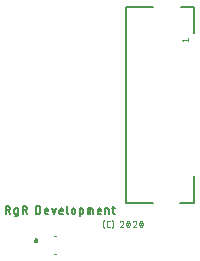
<source format=gto>
G04 EAGLE Gerber RS-274X export*
G75*
%MOMM*%
%FSLAX34Y34*%
%LPD*%
%INTop Silkscreen*%
%IPPOS*%
%AMOC8*
5,1,8,0,0,1.08239X$1,22.5*%
G01*
%ADD10C,0.152400*%
%ADD11C,0.101600*%
%ADD12C,0.127000*%
%ADD13C,0.050800*%
%ADD14C,0.100000*%
%ADD15C,0.200000*%
%ADD16C,0.200000*%


D10*
X13262Y219262D02*
X13262Y225938D01*
X15116Y225938D01*
X15200Y225936D01*
X15285Y225930D01*
X15368Y225921D01*
X15452Y225907D01*
X15534Y225890D01*
X15616Y225869D01*
X15697Y225845D01*
X15776Y225816D01*
X15855Y225785D01*
X15931Y225749D01*
X16006Y225710D01*
X16079Y225668D01*
X16150Y225623D01*
X16219Y225574D01*
X16286Y225522D01*
X16350Y225467D01*
X16412Y225410D01*
X16471Y225349D01*
X16527Y225286D01*
X16580Y225221D01*
X16631Y225153D01*
X16678Y225083D01*
X16722Y225011D01*
X16762Y224937D01*
X16799Y224861D01*
X16833Y224784D01*
X16863Y224705D01*
X16889Y224625D01*
X16912Y224543D01*
X16931Y224461D01*
X16947Y224378D01*
X16958Y224295D01*
X16966Y224211D01*
X16970Y224126D01*
X16970Y224042D01*
X16966Y223957D01*
X16958Y223873D01*
X16947Y223790D01*
X16931Y223707D01*
X16912Y223625D01*
X16889Y223543D01*
X16863Y223463D01*
X16833Y223384D01*
X16799Y223307D01*
X16762Y223231D01*
X16722Y223157D01*
X16678Y223085D01*
X16631Y223015D01*
X16580Y222947D01*
X16527Y222882D01*
X16471Y222819D01*
X16412Y222758D01*
X16350Y222701D01*
X16286Y222646D01*
X16219Y222594D01*
X16150Y222545D01*
X16079Y222500D01*
X16006Y222458D01*
X15931Y222419D01*
X15855Y222383D01*
X15776Y222352D01*
X15697Y222323D01*
X15616Y222299D01*
X15534Y222278D01*
X15452Y222261D01*
X15368Y222247D01*
X15285Y222238D01*
X15200Y222232D01*
X15116Y222230D01*
X15116Y222229D02*
X13262Y222229D01*
X15487Y222229D02*
X16971Y219262D01*
X21491Y219262D02*
X23346Y219262D01*
X21491Y219262D02*
X21426Y219264D01*
X21362Y219270D01*
X21298Y219279D01*
X21234Y219292D01*
X21172Y219309D01*
X21110Y219329D01*
X21050Y219353D01*
X20991Y219380D01*
X20934Y219411D01*
X20879Y219445D01*
X20826Y219482D01*
X20776Y219522D01*
X20727Y219565D01*
X20681Y219611D01*
X20638Y219660D01*
X20598Y219710D01*
X20561Y219763D01*
X20527Y219819D01*
X20496Y219875D01*
X20469Y219934D01*
X20445Y219994D01*
X20425Y220056D01*
X20408Y220118D01*
X20395Y220182D01*
X20386Y220246D01*
X20380Y220310D01*
X20378Y220375D01*
X20379Y220375D02*
X20379Y222600D01*
X20378Y222600D02*
X20380Y222665D01*
X20386Y222729D01*
X20395Y222793D01*
X20408Y222857D01*
X20425Y222919D01*
X20445Y222981D01*
X20469Y223041D01*
X20496Y223100D01*
X20527Y223157D01*
X20561Y223212D01*
X20598Y223265D01*
X20638Y223315D01*
X20681Y223364D01*
X20727Y223410D01*
X20776Y223453D01*
X20826Y223493D01*
X20879Y223530D01*
X20935Y223564D01*
X20992Y223595D01*
X21050Y223622D01*
X21110Y223646D01*
X21172Y223666D01*
X21234Y223683D01*
X21298Y223696D01*
X21362Y223705D01*
X21426Y223711D01*
X21491Y223713D01*
X23346Y223713D01*
X23346Y218149D01*
X23344Y218084D01*
X23338Y218020D01*
X23329Y217956D01*
X23316Y217892D01*
X23299Y217830D01*
X23279Y217768D01*
X23255Y217708D01*
X23228Y217649D01*
X23197Y217593D01*
X23163Y217537D01*
X23126Y217484D01*
X23086Y217434D01*
X23043Y217385D01*
X22997Y217339D01*
X22948Y217296D01*
X22898Y217256D01*
X22845Y217219D01*
X22790Y217185D01*
X22733Y217154D01*
X22674Y217127D01*
X22614Y217103D01*
X22552Y217083D01*
X22490Y217066D01*
X22426Y217053D01*
X22362Y217044D01*
X22298Y217038D01*
X22233Y217036D01*
X22233Y217037D02*
X20750Y217037D01*
X27530Y219262D02*
X27530Y225938D01*
X29384Y225938D01*
X29468Y225936D01*
X29553Y225930D01*
X29636Y225921D01*
X29720Y225907D01*
X29802Y225890D01*
X29884Y225869D01*
X29965Y225845D01*
X30044Y225816D01*
X30123Y225785D01*
X30199Y225749D01*
X30274Y225710D01*
X30347Y225668D01*
X30418Y225623D01*
X30487Y225574D01*
X30554Y225522D01*
X30618Y225467D01*
X30680Y225410D01*
X30739Y225349D01*
X30795Y225286D01*
X30848Y225221D01*
X30899Y225153D01*
X30946Y225083D01*
X30990Y225011D01*
X31030Y224937D01*
X31067Y224861D01*
X31101Y224784D01*
X31131Y224705D01*
X31157Y224625D01*
X31180Y224543D01*
X31199Y224461D01*
X31215Y224378D01*
X31226Y224295D01*
X31234Y224211D01*
X31238Y224126D01*
X31238Y224042D01*
X31234Y223957D01*
X31226Y223873D01*
X31215Y223790D01*
X31199Y223707D01*
X31180Y223625D01*
X31157Y223543D01*
X31131Y223463D01*
X31101Y223384D01*
X31067Y223307D01*
X31030Y223231D01*
X30990Y223157D01*
X30946Y223085D01*
X30899Y223015D01*
X30848Y222947D01*
X30795Y222882D01*
X30739Y222819D01*
X30680Y222758D01*
X30618Y222701D01*
X30554Y222646D01*
X30487Y222594D01*
X30418Y222545D01*
X30347Y222500D01*
X30274Y222458D01*
X30199Y222419D01*
X30123Y222383D01*
X30044Y222352D01*
X29965Y222323D01*
X29884Y222299D01*
X29802Y222278D01*
X29720Y222261D01*
X29636Y222247D01*
X29553Y222238D01*
X29468Y222232D01*
X29384Y222230D01*
X29384Y222229D02*
X27530Y222229D01*
X29755Y222229D02*
X31239Y219262D01*
X39013Y219262D02*
X39013Y225938D01*
X40867Y225938D01*
X40950Y225936D01*
X41033Y225931D01*
X41116Y225921D01*
X41198Y225908D01*
X41280Y225892D01*
X41360Y225871D01*
X41440Y225847D01*
X41518Y225820D01*
X41596Y225789D01*
X41671Y225754D01*
X41746Y225717D01*
X41818Y225676D01*
X41888Y225631D01*
X41957Y225584D01*
X42023Y225534D01*
X42087Y225480D01*
X42148Y225424D01*
X42207Y225365D01*
X42263Y225304D01*
X42317Y225240D01*
X42367Y225174D01*
X42414Y225105D01*
X42459Y225035D01*
X42500Y224963D01*
X42537Y224888D01*
X42572Y224813D01*
X42603Y224735D01*
X42630Y224657D01*
X42654Y224577D01*
X42675Y224497D01*
X42691Y224415D01*
X42704Y224333D01*
X42714Y224250D01*
X42719Y224167D01*
X42721Y224084D01*
X42722Y224084D02*
X42722Y221116D01*
X42721Y221116D02*
X42719Y221033D01*
X42714Y220950D01*
X42704Y220867D01*
X42691Y220785D01*
X42675Y220703D01*
X42654Y220623D01*
X42630Y220543D01*
X42603Y220465D01*
X42572Y220387D01*
X42537Y220312D01*
X42500Y220237D01*
X42459Y220165D01*
X42414Y220095D01*
X42367Y220026D01*
X42317Y219960D01*
X42263Y219896D01*
X42207Y219835D01*
X42148Y219776D01*
X42087Y219720D01*
X42023Y219666D01*
X41957Y219616D01*
X41888Y219569D01*
X41818Y219524D01*
X41746Y219483D01*
X41671Y219446D01*
X41596Y219411D01*
X41518Y219380D01*
X41440Y219353D01*
X41360Y219329D01*
X41280Y219308D01*
X41198Y219292D01*
X41116Y219279D01*
X41033Y219269D01*
X40950Y219264D01*
X40867Y219262D01*
X39013Y219262D01*
X47630Y219262D02*
X49485Y219262D01*
X47630Y219262D02*
X47565Y219264D01*
X47501Y219270D01*
X47437Y219279D01*
X47373Y219292D01*
X47311Y219309D01*
X47249Y219329D01*
X47189Y219353D01*
X47130Y219380D01*
X47074Y219411D01*
X47018Y219445D01*
X46965Y219482D01*
X46915Y219522D01*
X46866Y219565D01*
X46820Y219611D01*
X46777Y219660D01*
X46737Y219710D01*
X46700Y219763D01*
X46666Y219819D01*
X46635Y219875D01*
X46608Y219934D01*
X46584Y219994D01*
X46564Y220056D01*
X46547Y220118D01*
X46534Y220182D01*
X46525Y220246D01*
X46519Y220310D01*
X46517Y220375D01*
X46518Y220375D02*
X46518Y222229D01*
X46517Y222229D02*
X46519Y222304D01*
X46525Y222379D01*
X46534Y222454D01*
X46547Y222528D01*
X46564Y222601D01*
X46585Y222673D01*
X46609Y222744D01*
X46637Y222814D01*
X46669Y222883D01*
X46703Y222949D01*
X46742Y223014D01*
X46783Y223077D01*
X46827Y223137D01*
X46875Y223196D01*
X46925Y223251D01*
X46979Y223305D01*
X47034Y223355D01*
X47093Y223403D01*
X47153Y223447D01*
X47216Y223488D01*
X47281Y223527D01*
X47347Y223561D01*
X47416Y223593D01*
X47486Y223621D01*
X47557Y223645D01*
X47629Y223666D01*
X47702Y223683D01*
X47776Y223696D01*
X47851Y223705D01*
X47926Y223711D01*
X48001Y223713D01*
X48076Y223711D01*
X48151Y223705D01*
X48226Y223696D01*
X48300Y223683D01*
X48373Y223666D01*
X48445Y223645D01*
X48516Y223621D01*
X48586Y223593D01*
X48655Y223561D01*
X48721Y223527D01*
X48786Y223488D01*
X48849Y223447D01*
X48909Y223403D01*
X48968Y223355D01*
X49023Y223305D01*
X49077Y223251D01*
X49127Y223196D01*
X49175Y223137D01*
X49219Y223077D01*
X49260Y223014D01*
X49299Y222949D01*
X49333Y222883D01*
X49365Y222814D01*
X49393Y222744D01*
X49417Y222673D01*
X49438Y222601D01*
X49455Y222528D01*
X49468Y222454D01*
X49477Y222379D01*
X49483Y222304D01*
X49485Y222229D01*
X49485Y221487D01*
X46518Y221487D01*
X52668Y223713D02*
X54151Y219262D01*
X55635Y223713D01*
X59930Y219262D02*
X61785Y219262D01*
X59930Y219262D02*
X59865Y219264D01*
X59801Y219270D01*
X59737Y219279D01*
X59673Y219292D01*
X59611Y219309D01*
X59549Y219329D01*
X59489Y219353D01*
X59430Y219380D01*
X59374Y219411D01*
X59318Y219445D01*
X59265Y219482D01*
X59215Y219522D01*
X59166Y219565D01*
X59120Y219611D01*
X59077Y219660D01*
X59037Y219710D01*
X59000Y219763D01*
X58966Y219819D01*
X58935Y219875D01*
X58908Y219934D01*
X58884Y219994D01*
X58864Y220056D01*
X58847Y220118D01*
X58834Y220182D01*
X58825Y220246D01*
X58819Y220310D01*
X58817Y220375D01*
X58818Y220375D02*
X58818Y222229D01*
X58817Y222229D02*
X58819Y222304D01*
X58825Y222379D01*
X58834Y222454D01*
X58847Y222528D01*
X58864Y222601D01*
X58885Y222673D01*
X58909Y222744D01*
X58937Y222814D01*
X58969Y222883D01*
X59003Y222949D01*
X59042Y223014D01*
X59083Y223077D01*
X59127Y223137D01*
X59175Y223196D01*
X59225Y223251D01*
X59279Y223305D01*
X59334Y223355D01*
X59393Y223403D01*
X59453Y223447D01*
X59516Y223488D01*
X59581Y223527D01*
X59647Y223561D01*
X59716Y223593D01*
X59786Y223621D01*
X59857Y223645D01*
X59929Y223666D01*
X60002Y223683D01*
X60076Y223696D01*
X60151Y223705D01*
X60226Y223711D01*
X60301Y223713D01*
X60376Y223711D01*
X60451Y223705D01*
X60526Y223696D01*
X60600Y223683D01*
X60673Y223666D01*
X60745Y223645D01*
X60816Y223621D01*
X60886Y223593D01*
X60955Y223561D01*
X61021Y223527D01*
X61086Y223488D01*
X61149Y223447D01*
X61209Y223403D01*
X61268Y223355D01*
X61323Y223305D01*
X61377Y223251D01*
X61427Y223196D01*
X61475Y223137D01*
X61519Y223077D01*
X61560Y223014D01*
X61599Y222949D01*
X61633Y222883D01*
X61665Y222814D01*
X61693Y222744D01*
X61717Y222673D01*
X61738Y222601D01*
X61755Y222528D01*
X61768Y222454D01*
X61777Y222379D01*
X61783Y222304D01*
X61785Y222229D01*
X61785Y221487D01*
X58818Y221487D01*
X65211Y220375D02*
X65211Y225938D01*
X65211Y220375D02*
X65213Y220310D01*
X65219Y220246D01*
X65228Y220182D01*
X65241Y220118D01*
X65258Y220056D01*
X65278Y219994D01*
X65302Y219934D01*
X65329Y219875D01*
X65360Y219819D01*
X65394Y219763D01*
X65431Y219710D01*
X65471Y219660D01*
X65514Y219611D01*
X65560Y219565D01*
X65609Y219522D01*
X65659Y219482D01*
X65712Y219445D01*
X65768Y219411D01*
X65824Y219380D01*
X65883Y219353D01*
X65943Y219329D01*
X66005Y219309D01*
X66067Y219292D01*
X66131Y219279D01*
X66195Y219270D01*
X66259Y219264D01*
X66324Y219262D01*
X69150Y220746D02*
X69150Y222229D01*
X69149Y222229D02*
X69151Y222304D01*
X69157Y222379D01*
X69166Y222454D01*
X69179Y222528D01*
X69196Y222601D01*
X69217Y222673D01*
X69241Y222744D01*
X69269Y222814D01*
X69301Y222883D01*
X69335Y222949D01*
X69374Y223014D01*
X69415Y223077D01*
X69459Y223137D01*
X69507Y223196D01*
X69557Y223251D01*
X69611Y223305D01*
X69666Y223355D01*
X69725Y223403D01*
X69785Y223447D01*
X69848Y223488D01*
X69913Y223527D01*
X69979Y223561D01*
X70048Y223593D01*
X70118Y223621D01*
X70189Y223645D01*
X70261Y223666D01*
X70334Y223683D01*
X70408Y223696D01*
X70483Y223705D01*
X70558Y223711D01*
X70633Y223713D01*
X70708Y223711D01*
X70783Y223705D01*
X70858Y223696D01*
X70932Y223683D01*
X71005Y223666D01*
X71077Y223645D01*
X71148Y223621D01*
X71218Y223593D01*
X71287Y223561D01*
X71353Y223527D01*
X71418Y223488D01*
X71481Y223447D01*
X71541Y223403D01*
X71600Y223355D01*
X71655Y223305D01*
X71709Y223251D01*
X71759Y223196D01*
X71807Y223137D01*
X71851Y223077D01*
X71892Y223014D01*
X71931Y222949D01*
X71965Y222883D01*
X71997Y222814D01*
X72025Y222744D01*
X72049Y222673D01*
X72070Y222601D01*
X72087Y222528D01*
X72100Y222454D01*
X72109Y222379D01*
X72115Y222304D01*
X72117Y222229D01*
X72117Y220746D01*
X72115Y220671D01*
X72109Y220596D01*
X72100Y220521D01*
X72087Y220447D01*
X72070Y220374D01*
X72049Y220302D01*
X72025Y220231D01*
X71997Y220161D01*
X71965Y220092D01*
X71931Y220026D01*
X71892Y219961D01*
X71851Y219898D01*
X71807Y219838D01*
X71759Y219779D01*
X71709Y219724D01*
X71655Y219670D01*
X71600Y219620D01*
X71541Y219572D01*
X71481Y219528D01*
X71418Y219487D01*
X71353Y219448D01*
X71287Y219414D01*
X71218Y219382D01*
X71148Y219354D01*
X71077Y219330D01*
X71005Y219309D01*
X70932Y219292D01*
X70858Y219279D01*
X70783Y219270D01*
X70708Y219264D01*
X70633Y219262D01*
X70558Y219264D01*
X70483Y219270D01*
X70408Y219279D01*
X70334Y219292D01*
X70261Y219309D01*
X70189Y219330D01*
X70118Y219354D01*
X70048Y219382D01*
X69979Y219414D01*
X69913Y219448D01*
X69848Y219487D01*
X69785Y219528D01*
X69725Y219572D01*
X69666Y219620D01*
X69611Y219670D01*
X69557Y219724D01*
X69507Y219779D01*
X69459Y219838D01*
X69415Y219898D01*
X69374Y219961D01*
X69335Y220026D01*
X69301Y220092D01*
X69269Y220161D01*
X69241Y220231D01*
X69217Y220302D01*
X69196Y220374D01*
X69179Y220447D01*
X69166Y220521D01*
X69157Y220596D01*
X69151Y220671D01*
X69149Y220746D01*
X75855Y223713D02*
X75855Y217037D01*
X75855Y223713D02*
X77709Y223713D01*
X77774Y223711D01*
X77838Y223705D01*
X77902Y223696D01*
X77966Y223683D01*
X78028Y223666D01*
X78090Y223646D01*
X78150Y223622D01*
X78209Y223595D01*
X78266Y223564D01*
X78321Y223530D01*
X78374Y223493D01*
X78424Y223453D01*
X78473Y223410D01*
X78519Y223364D01*
X78562Y223315D01*
X78602Y223265D01*
X78639Y223212D01*
X78673Y223157D01*
X78704Y223100D01*
X78731Y223041D01*
X78755Y222981D01*
X78775Y222919D01*
X78792Y222857D01*
X78805Y222793D01*
X78814Y222729D01*
X78820Y222665D01*
X78822Y222600D01*
X78822Y220375D01*
X78820Y220310D01*
X78814Y220246D01*
X78805Y220182D01*
X78792Y220118D01*
X78775Y220056D01*
X78755Y219994D01*
X78731Y219934D01*
X78704Y219875D01*
X78673Y219819D01*
X78639Y219763D01*
X78602Y219710D01*
X78562Y219660D01*
X78519Y219611D01*
X78473Y219565D01*
X78424Y219522D01*
X78374Y219482D01*
X78321Y219445D01*
X78266Y219411D01*
X78209Y219380D01*
X78150Y219353D01*
X78090Y219329D01*
X78028Y219309D01*
X77966Y219292D01*
X77902Y219279D01*
X77838Y219270D01*
X77774Y219264D01*
X77709Y219262D01*
X75855Y219262D01*
X82676Y219262D02*
X82676Y223713D01*
X86014Y223713D01*
X86079Y223711D01*
X86143Y223705D01*
X86207Y223696D01*
X86271Y223683D01*
X86333Y223666D01*
X86395Y223646D01*
X86455Y223622D01*
X86514Y223595D01*
X86571Y223564D01*
X86626Y223530D01*
X86679Y223493D01*
X86729Y223453D01*
X86778Y223410D01*
X86824Y223364D01*
X86867Y223315D01*
X86907Y223265D01*
X86944Y223212D01*
X86978Y223157D01*
X87009Y223100D01*
X87036Y223041D01*
X87060Y222981D01*
X87080Y222919D01*
X87097Y222857D01*
X87110Y222793D01*
X87119Y222729D01*
X87125Y222665D01*
X87127Y222600D01*
X87126Y222600D02*
X87126Y219262D01*
X84901Y219262D02*
X84901Y223713D01*
X92156Y219262D02*
X94011Y219262D01*
X92156Y219262D02*
X92091Y219264D01*
X92027Y219270D01*
X91963Y219279D01*
X91899Y219292D01*
X91837Y219309D01*
X91775Y219329D01*
X91715Y219353D01*
X91656Y219380D01*
X91600Y219411D01*
X91544Y219445D01*
X91491Y219482D01*
X91441Y219522D01*
X91392Y219565D01*
X91346Y219611D01*
X91303Y219660D01*
X91263Y219710D01*
X91226Y219763D01*
X91192Y219819D01*
X91161Y219875D01*
X91134Y219934D01*
X91110Y219994D01*
X91090Y220056D01*
X91073Y220118D01*
X91060Y220182D01*
X91051Y220246D01*
X91045Y220310D01*
X91043Y220375D01*
X91044Y220375D02*
X91044Y222229D01*
X91043Y222229D02*
X91045Y222304D01*
X91051Y222379D01*
X91060Y222454D01*
X91073Y222528D01*
X91090Y222601D01*
X91111Y222673D01*
X91135Y222744D01*
X91163Y222814D01*
X91195Y222883D01*
X91229Y222949D01*
X91268Y223014D01*
X91309Y223077D01*
X91353Y223137D01*
X91401Y223196D01*
X91451Y223251D01*
X91505Y223305D01*
X91560Y223355D01*
X91619Y223403D01*
X91679Y223447D01*
X91742Y223488D01*
X91807Y223527D01*
X91873Y223561D01*
X91942Y223593D01*
X92012Y223621D01*
X92083Y223645D01*
X92155Y223666D01*
X92228Y223683D01*
X92302Y223696D01*
X92377Y223705D01*
X92452Y223711D01*
X92527Y223713D01*
X92602Y223711D01*
X92677Y223705D01*
X92752Y223696D01*
X92826Y223683D01*
X92899Y223666D01*
X92971Y223645D01*
X93042Y223621D01*
X93112Y223593D01*
X93181Y223561D01*
X93247Y223527D01*
X93312Y223488D01*
X93375Y223447D01*
X93435Y223403D01*
X93494Y223355D01*
X93549Y223305D01*
X93603Y223251D01*
X93653Y223196D01*
X93701Y223137D01*
X93745Y223077D01*
X93786Y223014D01*
X93825Y222949D01*
X93859Y222883D01*
X93891Y222814D01*
X93919Y222744D01*
X93943Y222673D01*
X93964Y222601D01*
X93981Y222528D01*
X93994Y222454D01*
X94003Y222379D01*
X94009Y222304D01*
X94011Y222229D01*
X94011Y221487D01*
X91044Y221487D01*
X97686Y219262D02*
X97686Y223713D01*
X99540Y223713D01*
X99605Y223711D01*
X99669Y223705D01*
X99733Y223696D01*
X99797Y223683D01*
X99859Y223666D01*
X99921Y223646D01*
X99981Y223622D01*
X100040Y223595D01*
X100097Y223564D01*
X100152Y223530D01*
X100205Y223493D01*
X100255Y223453D01*
X100304Y223410D01*
X100350Y223364D01*
X100393Y223315D01*
X100433Y223265D01*
X100470Y223212D01*
X100504Y223157D01*
X100535Y223100D01*
X100562Y223041D01*
X100586Y222981D01*
X100606Y222919D01*
X100623Y222857D01*
X100636Y222793D01*
X100645Y222729D01*
X100651Y222665D01*
X100653Y222600D01*
X100653Y219262D01*
X103615Y223713D02*
X105841Y223713D01*
X104357Y225938D02*
X104357Y220375D01*
X104359Y220310D01*
X104365Y220246D01*
X104374Y220182D01*
X104387Y220118D01*
X104404Y220056D01*
X104424Y219994D01*
X104448Y219934D01*
X104475Y219875D01*
X104506Y219819D01*
X104540Y219763D01*
X104577Y219710D01*
X104617Y219660D01*
X104660Y219611D01*
X104706Y219565D01*
X104755Y219522D01*
X104805Y219482D01*
X104858Y219445D01*
X104914Y219411D01*
X104970Y219380D01*
X105029Y219353D01*
X105089Y219329D01*
X105151Y219309D01*
X105213Y219292D01*
X105277Y219279D01*
X105341Y219270D01*
X105405Y219264D01*
X105470Y219262D01*
X105841Y219262D01*
D11*
X96637Y213652D02*
X96552Y213548D01*
X96469Y213441D01*
X96390Y213332D01*
X96314Y213221D01*
X96241Y213107D01*
X96171Y212992D01*
X96105Y212874D01*
X96042Y212755D01*
X95982Y212635D01*
X95925Y212512D01*
X95872Y212388D01*
X95822Y212263D01*
X95776Y212136D01*
X95734Y212008D01*
X95695Y211879D01*
X95660Y211749D01*
X95628Y211618D01*
X95600Y211486D01*
X95576Y211353D01*
X95555Y211220D01*
X95538Y211086D01*
X95525Y210952D01*
X95516Y210818D01*
X95510Y210683D01*
X95508Y210548D01*
X95510Y210413D01*
X95516Y210278D01*
X95525Y210144D01*
X95538Y210010D01*
X95555Y209876D01*
X95576Y209743D01*
X95600Y209610D01*
X95628Y209478D01*
X95660Y209347D01*
X95695Y209217D01*
X95734Y209088D01*
X95776Y208960D01*
X95822Y208833D01*
X95872Y208708D01*
X95925Y208584D01*
X95982Y208461D01*
X96042Y208341D01*
X96105Y208222D01*
X96171Y208104D01*
X96241Y207989D01*
X96314Y207875D01*
X96390Y207764D01*
X96469Y207655D01*
X96552Y207548D01*
X96637Y207444D01*
X100133Y208008D02*
X101262Y208008D01*
X100133Y208008D02*
X100067Y208010D01*
X100002Y208016D01*
X99937Y208025D01*
X99873Y208038D01*
X99809Y208055D01*
X99747Y208076D01*
X99686Y208100D01*
X99626Y208128D01*
X99569Y208159D01*
X99513Y208194D01*
X99459Y208231D01*
X99407Y208272D01*
X99358Y208316D01*
X99312Y208362D01*
X99268Y208411D01*
X99227Y208463D01*
X99190Y208517D01*
X99155Y208573D01*
X99124Y208630D01*
X99096Y208690D01*
X99072Y208751D01*
X99051Y208813D01*
X99034Y208877D01*
X99021Y208941D01*
X99012Y209006D01*
X99006Y209071D01*
X99004Y209137D01*
X99004Y211959D01*
X99006Y212025D01*
X99012Y212090D01*
X99021Y212155D01*
X99034Y212219D01*
X99051Y212283D01*
X99072Y212345D01*
X99096Y212406D01*
X99124Y212466D01*
X99155Y212523D01*
X99190Y212579D01*
X99227Y212633D01*
X99268Y212685D01*
X99312Y212734D01*
X99358Y212780D01*
X99407Y212824D01*
X99459Y212865D01*
X99513Y212902D01*
X99568Y212937D01*
X99626Y212968D01*
X99686Y212996D01*
X99747Y213020D01*
X99809Y213041D01*
X99873Y213058D01*
X99937Y213071D01*
X100002Y213080D01*
X100067Y213086D01*
X100133Y213088D01*
X101262Y213088D01*
X104457Y210548D02*
X104455Y210413D01*
X104449Y210278D01*
X104440Y210144D01*
X104427Y210010D01*
X104410Y209876D01*
X104389Y209743D01*
X104365Y209610D01*
X104337Y209478D01*
X104305Y209347D01*
X104270Y209217D01*
X104231Y209088D01*
X104189Y208960D01*
X104143Y208833D01*
X104093Y208708D01*
X104040Y208584D01*
X103983Y208461D01*
X103923Y208341D01*
X103860Y208222D01*
X103794Y208104D01*
X103724Y207989D01*
X103651Y207875D01*
X103575Y207764D01*
X103496Y207655D01*
X103413Y207548D01*
X103328Y207444D01*
X104457Y210548D02*
X104455Y210683D01*
X104449Y210818D01*
X104440Y210952D01*
X104427Y211086D01*
X104410Y211220D01*
X104389Y211353D01*
X104365Y211486D01*
X104337Y211618D01*
X104305Y211749D01*
X104270Y211879D01*
X104231Y212008D01*
X104189Y212136D01*
X104143Y212263D01*
X104093Y212388D01*
X104040Y212512D01*
X103983Y212635D01*
X103923Y212755D01*
X103860Y212874D01*
X103794Y212992D01*
X103724Y213107D01*
X103651Y213221D01*
X103575Y213332D01*
X103496Y213441D01*
X103413Y213548D01*
X103328Y213652D01*
X111553Y213088D02*
X111622Y213086D01*
X111690Y213081D01*
X111758Y213071D01*
X111826Y213058D01*
X111893Y213042D01*
X111959Y213022D01*
X112023Y212998D01*
X112086Y212971D01*
X112148Y212940D01*
X112208Y212906D01*
X112266Y212869D01*
X112322Y212829D01*
X112375Y212786D01*
X112426Y212740D01*
X112475Y212691D01*
X112521Y212640D01*
X112564Y212587D01*
X112604Y212531D01*
X112641Y212473D01*
X112675Y212413D01*
X112706Y212351D01*
X112733Y212288D01*
X112757Y212224D01*
X112777Y212158D01*
X112793Y212091D01*
X112806Y212023D01*
X112816Y211955D01*
X112821Y211887D01*
X112823Y211818D01*
X111553Y213088D02*
X111474Y213086D01*
X111395Y213080D01*
X111317Y213071D01*
X111239Y213058D01*
X111162Y213041D01*
X111086Y213020D01*
X111011Y212995D01*
X110937Y212967D01*
X110865Y212936D01*
X110794Y212901D01*
X110725Y212862D01*
X110658Y212821D01*
X110593Y212776D01*
X110530Y212728D01*
X110470Y212677D01*
X110412Y212623D01*
X110357Y212567D01*
X110305Y212508D01*
X110256Y212446D01*
X110209Y212382D01*
X110166Y212316D01*
X110126Y212248D01*
X110089Y212178D01*
X110056Y212106D01*
X110027Y212033D01*
X110000Y211959D01*
X112400Y210830D02*
X112448Y210879D01*
X112495Y210930D01*
X112538Y210984D01*
X112579Y211040D01*
X112617Y211097D01*
X112652Y211157D01*
X112684Y211218D01*
X112713Y211281D01*
X112738Y211345D01*
X112761Y211410D01*
X112780Y211477D01*
X112795Y211544D01*
X112807Y211612D01*
X112816Y211680D01*
X112821Y211749D01*
X112823Y211818D01*
X112400Y210830D02*
X110001Y208008D01*
X112823Y208008D01*
X115488Y210548D02*
X115490Y210675D01*
X115496Y210801D01*
X115505Y210927D01*
X115519Y211053D01*
X115536Y211178D01*
X115557Y211303D01*
X115581Y211427D01*
X115610Y211551D01*
X115642Y211673D01*
X115678Y211795D01*
X115717Y211915D01*
X115761Y212034D01*
X115807Y212151D01*
X115858Y212268D01*
X115911Y212382D01*
X115911Y212383D02*
X115933Y212440D01*
X115958Y212497D01*
X115987Y212551D01*
X116018Y212604D01*
X116053Y212655D01*
X116090Y212704D01*
X116131Y212751D01*
X116174Y212795D01*
X116219Y212837D01*
X116267Y212875D01*
X116318Y212911D01*
X116370Y212944D01*
X116424Y212974D01*
X116480Y213000D01*
X116537Y213023D01*
X116595Y213043D01*
X116655Y213059D01*
X116715Y213072D01*
X116776Y213081D01*
X116837Y213086D01*
X116899Y213088D01*
X116961Y213086D01*
X117022Y213081D01*
X117083Y213072D01*
X117143Y213059D01*
X117203Y213043D01*
X117261Y213023D01*
X117319Y213000D01*
X117374Y212974D01*
X117428Y212944D01*
X117480Y212911D01*
X117531Y212875D01*
X117579Y212836D01*
X117624Y212795D01*
X117667Y212751D01*
X117708Y212704D01*
X117745Y212655D01*
X117780Y212604D01*
X117811Y212551D01*
X117840Y212497D01*
X117865Y212440D01*
X117887Y212383D01*
X117887Y212382D02*
X117940Y212268D01*
X117991Y212152D01*
X118037Y212034D01*
X118081Y211915D01*
X118120Y211795D01*
X118156Y211673D01*
X118188Y211551D01*
X118217Y211428D01*
X118241Y211303D01*
X118262Y211179D01*
X118279Y211053D01*
X118293Y210927D01*
X118302Y210801D01*
X118308Y210675D01*
X118310Y210548D01*
X115487Y210548D02*
X115489Y210421D01*
X115495Y210295D01*
X115504Y210169D01*
X115518Y210043D01*
X115535Y209917D01*
X115556Y209793D01*
X115580Y209668D01*
X115609Y209545D01*
X115641Y209423D01*
X115677Y209301D01*
X115716Y209181D01*
X115760Y209062D01*
X115806Y208944D01*
X115857Y208828D01*
X115910Y208713D01*
X115911Y208713D02*
X115933Y208656D01*
X115958Y208599D01*
X115987Y208545D01*
X116018Y208492D01*
X116053Y208441D01*
X116090Y208392D01*
X116131Y208345D01*
X116174Y208301D01*
X116219Y208259D01*
X116267Y208221D01*
X116318Y208185D01*
X116370Y208152D01*
X116424Y208122D01*
X116480Y208096D01*
X116537Y208073D01*
X116595Y208053D01*
X116655Y208037D01*
X116715Y208024D01*
X116776Y208015D01*
X116837Y208010D01*
X116899Y208008D01*
X117886Y208714D02*
X117939Y208828D01*
X117990Y208944D01*
X118036Y209062D01*
X118080Y209181D01*
X118119Y209301D01*
X118155Y209423D01*
X118187Y209545D01*
X118216Y209669D01*
X118240Y209793D01*
X118261Y209917D01*
X118278Y210043D01*
X118292Y210169D01*
X118301Y210295D01*
X118307Y210421D01*
X118309Y210548D01*
X117887Y208713D02*
X117865Y208656D01*
X117840Y208599D01*
X117811Y208545D01*
X117780Y208492D01*
X117745Y208441D01*
X117708Y208392D01*
X117667Y208345D01*
X117624Y208301D01*
X117579Y208259D01*
X117531Y208221D01*
X117480Y208185D01*
X117428Y208152D01*
X117374Y208122D01*
X117318Y208096D01*
X117261Y208073D01*
X117203Y208053D01*
X117143Y208037D01*
X117083Y208024D01*
X117022Y208015D01*
X116961Y208010D01*
X116899Y208008D01*
X115770Y209137D02*
X118028Y211959D01*
X122526Y213088D02*
X122595Y213086D01*
X122663Y213081D01*
X122731Y213071D01*
X122799Y213058D01*
X122866Y213042D01*
X122932Y213022D01*
X122996Y212998D01*
X123059Y212971D01*
X123121Y212940D01*
X123181Y212906D01*
X123239Y212869D01*
X123295Y212829D01*
X123348Y212786D01*
X123399Y212740D01*
X123448Y212691D01*
X123494Y212640D01*
X123537Y212587D01*
X123577Y212531D01*
X123614Y212473D01*
X123648Y212413D01*
X123679Y212351D01*
X123706Y212288D01*
X123730Y212224D01*
X123750Y212158D01*
X123766Y212091D01*
X123779Y212023D01*
X123789Y211955D01*
X123794Y211887D01*
X123796Y211818D01*
X122526Y213088D02*
X122447Y213086D01*
X122368Y213080D01*
X122290Y213071D01*
X122212Y213058D01*
X122135Y213041D01*
X122059Y213020D01*
X121984Y212995D01*
X121910Y212967D01*
X121838Y212936D01*
X121767Y212901D01*
X121698Y212862D01*
X121631Y212821D01*
X121566Y212776D01*
X121503Y212728D01*
X121443Y212677D01*
X121385Y212623D01*
X121330Y212567D01*
X121278Y212508D01*
X121229Y212446D01*
X121182Y212382D01*
X121139Y212316D01*
X121099Y212248D01*
X121062Y212178D01*
X121029Y212106D01*
X121000Y212033D01*
X120973Y211959D01*
X123373Y210830D02*
X123421Y210879D01*
X123468Y210930D01*
X123511Y210984D01*
X123552Y211040D01*
X123590Y211097D01*
X123625Y211157D01*
X123657Y211218D01*
X123686Y211281D01*
X123711Y211345D01*
X123734Y211410D01*
X123753Y211477D01*
X123768Y211544D01*
X123780Y211612D01*
X123789Y211680D01*
X123794Y211749D01*
X123796Y211818D01*
X123373Y210830D02*
X120974Y208008D01*
X123796Y208008D01*
X126461Y210548D02*
X126463Y210675D01*
X126469Y210801D01*
X126478Y210927D01*
X126492Y211053D01*
X126509Y211178D01*
X126530Y211303D01*
X126554Y211427D01*
X126583Y211551D01*
X126615Y211673D01*
X126651Y211795D01*
X126690Y211915D01*
X126734Y212034D01*
X126780Y212151D01*
X126831Y212268D01*
X126884Y212382D01*
X126883Y212383D02*
X126905Y212440D01*
X126930Y212497D01*
X126959Y212551D01*
X126990Y212604D01*
X127025Y212655D01*
X127062Y212704D01*
X127103Y212751D01*
X127146Y212795D01*
X127191Y212837D01*
X127239Y212875D01*
X127290Y212911D01*
X127342Y212944D01*
X127396Y212974D01*
X127452Y213000D01*
X127509Y213023D01*
X127567Y213043D01*
X127627Y213059D01*
X127687Y213072D01*
X127748Y213081D01*
X127809Y213086D01*
X127871Y213088D01*
X127933Y213086D01*
X127994Y213081D01*
X128055Y213072D01*
X128115Y213059D01*
X128175Y213043D01*
X128233Y213023D01*
X128291Y213000D01*
X128346Y212974D01*
X128400Y212944D01*
X128452Y212911D01*
X128503Y212875D01*
X128551Y212836D01*
X128596Y212795D01*
X128639Y212751D01*
X128680Y212704D01*
X128717Y212655D01*
X128752Y212604D01*
X128783Y212551D01*
X128812Y212497D01*
X128837Y212440D01*
X128859Y212383D01*
X128859Y212382D02*
X128912Y212268D01*
X128963Y212152D01*
X129009Y212034D01*
X129053Y211915D01*
X129092Y211795D01*
X129128Y211673D01*
X129160Y211551D01*
X129189Y211428D01*
X129213Y211303D01*
X129234Y211179D01*
X129251Y211053D01*
X129265Y210927D01*
X129274Y210801D01*
X129280Y210675D01*
X129282Y210548D01*
X126460Y210548D02*
X126462Y210421D01*
X126468Y210295D01*
X126477Y210169D01*
X126491Y210043D01*
X126508Y209917D01*
X126529Y209793D01*
X126553Y209668D01*
X126582Y209545D01*
X126614Y209423D01*
X126650Y209301D01*
X126689Y209181D01*
X126733Y209062D01*
X126779Y208944D01*
X126830Y208828D01*
X126883Y208713D01*
X126905Y208656D01*
X126930Y208599D01*
X126959Y208545D01*
X126990Y208492D01*
X127025Y208441D01*
X127062Y208392D01*
X127103Y208345D01*
X127146Y208301D01*
X127191Y208259D01*
X127239Y208221D01*
X127290Y208185D01*
X127342Y208152D01*
X127396Y208122D01*
X127452Y208096D01*
X127509Y208073D01*
X127567Y208053D01*
X127627Y208037D01*
X127687Y208024D01*
X127748Y208015D01*
X127809Y208010D01*
X127871Y208008D01*
X128859Y208714D02*
X128912Y208828D01*
X128963Y208944D01*
X129009Y209062D01*
X129053Y209181D01*
X129092Y209301D01*
X129128Y209423D01*
X129160Y209545D01*
X129189Y209669D01*
X129213Y209793D01*
X129234Y209917D01*
X129251Y210043D01*
X129265Y210169D01*
X129274Y210295D01*
X129280Y210421D01*
X129282Y210548D01*
X128859Y208713D02*
X128837Y208656D01*
X128812Y208599D01*
X128783Y208545D01*
X128752Y208492D01*
X128717Y208441D01*
X128680Y208392D01*
X128639Y208345D01*
X128596Y208301D01*
X128551Y208259D01*
X128503Y208221D01*
X128452Y208185D01*
X128400Y208152D01*
X128346Y208122D01*
X128290Y208096D01*
X128233Y208073D01*
X128175Y208053D01*
X128115Y208037D01*
X128055Y208024D01*
X127994Y208015D01*
X127933Y208010D01*
X127871Y208008D01*
X126743Y209137D02*
X129000Y211959D01*
D12*
X115000Y228500D02*
X115000Y394500D01*
X173000Y394500D02*
X173000Y372100D01*
X173000Y251400D02*
X173000Y228500D01*
X173000Y394500D02*
X162000Y394500D01*
X161000Y228500D02*
X173000Y228500D01*
X138000Y228500D02*
X115000Y228500D01*
X115000Y394500D02*
X138000Y394500D01*
D13*
X162254Y366694D02*
X163496Y365142D01*
X162254Y366694D02*
X167842Y366694D01*
X167842Y365142D02*
X167842Y368246D01*
D14*
X56000Y200000D02*
X54000Y200000D01*
X54000Y185000D02*
X56000Y185000D01*
D15*
X39000Y197500D03*
D16*
X38938Y197498D01*
X38877Y197492D01*
X38816Y197483D01*
X38756Y197470D01*
X38697Y197453D01*
X38639Y197432D01*
X38582Y197408D01*
X38527Y197381D01*
X38474Y197350D01*
X38422Y197316D01*
X38373Y197279D01*
X38326Y197239D01*
X38282Y197196D01*
X38241Y197151D01*
X38202Y197103D01*
X38166Y197052D01*
X38134Y197000D01*
X38105Y196946D01*
X38079Y196890D01*
X38057Y196832D01*
X38038Y196774D01*
X38023Y196714D01*
X38012Y196653D01*
X38004Y196592D01*
X38000Y196531D01*
X38000Y196469D01*
X38004Y196408D01*
X38012Y196347D01*
X38023Y196286D01*
X38038Y196226D01*
X38057Y196168D01*
X38079Y196110D01*
X38105Y196054D01*
X38134Y196000D01*
X38166Y195948D01*
X38202Y195897D01*
X38241Y195849D01*
X38282Y195804D01*
X38326Y195761D01*
X38373Y195721D01*
X38422Y195684D01*
X38474Y195650D01*
X38527Y195619D01*
X38582Y195592D01*
X38639Y195568D01*
X38697Y195547D01*
X38756Y195530D01*
X38816Y195517D01*
X38877Y195508D01*
X38938Y195502D01*
X39000Y195500D01*
D15*
X39000Y195500D03*
D16*
X39062Y195502D01*
X39123Y195508D01*
X39184Y195517D01*
X39244Y195530D01*
X39303Y195547D01*
X39361Y195568D01*
X39418Y195592D01*
X39473Y195619D01*
X39526Y195650D01*
X39578Y195684D01*
X39627Y195721D01*
X39674Y195761D01*
X39718Y195804D01*
X39759Y195849D01*
X39798Y195897D01*
X39834Y195948D01*
X39866Y196000D01*
X39895Y196054D01*
X39921Y196110D01*
X39943Y196168D01*
X39962Y196226D01*
X39977Y196286D01*
X39988Y196347D01*
X39996Y196408D01*
X40000Y196469D01*
X40000Y196531D01*
X39996Y196592D01*
X39988Y196653D01*
X39977Y196714D01*
X39962Y196774D01*
X39943Y196832D01*
X39921Y196890D01*
X39895Y196946D01*
X39866Y197000D01*
X39834Y197052D01*
X39798Y197103D01*
X39759Y197151D01*
X39718Y197196D01*
X39674Y197239D01*
X39627Y197279D01*
X39578Y197316D01*
X39526Y197350D01*
X39473Y197381D01*
X39418Y197408D01*
X39361Y197432D01*
X39303Y197453D01*
X39244Y197470D01*
X39184Y197483D01*
X39123Y197492D01*
X39062Y197498D01*
X39000Y197500D01*
M02*

</source>
